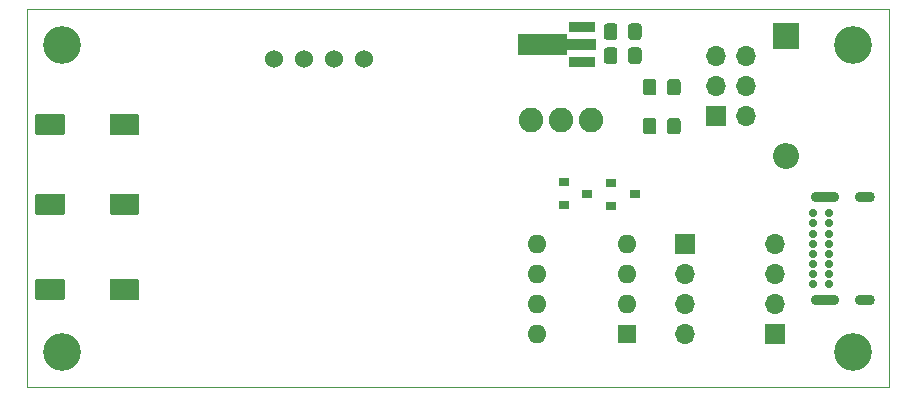
<source format=gbr>
G04 #@! TF.GenerationSoftware,KiCad,Pcbnew,5.1.10*
G04 #@! TF.CreationDate,2021-09-21T16:03:23-04:00*
G04 #@! TF.ProjectId,tinycalibrator,74696e79-6361-46c6-9962-7261746f722e,rev?*
G04 #@! TF.SameCoordinates,Original*
G04 #@! TF.FileFunction,Soldermask,Top*
G04 #@! TF.FilePolarity,Negative*
%FSLAX46Y46*%
G04 Gerber Fmt 4.6, Leading zero omitted, Abs format (unit mm)*
G04 Created by KiCad (PCBNEW 5.1.10) date 2021-09-21 16:03:23*
%MOMM*%
%LPD*%
G01*
G04 APERTURE LIST*
G04 #@! TA.AperFunction,Profile*
%ADD10C,0.050000*%
G04 #@! TD*
%ADD11R,0.900000X0.800000*%
%ADD12O,1.600000X1.600000*%
%ADD13R,1.600000X1.600000*%
%ADD14O,1.700000X1.700000*%
%ADD15R,1.700000X1.700000*%
%ADD16O,2.200000X2.200000*%
%ADD17R,2.200000X2.200000*%
%ADD18C,3.200000*%
%ADD19C,1.524000*%
%ADD20C,0.350000*%
%ADD21R,2.300000X0.900000*%
%ADD22C,2.082800*%
%ADD23O,1.700000X0.900000*%
%ADD24O,2.400000X0.900000*%
%ADD25C,0.700000*%
G04 APERTURE END LIST*
D10*
X97000000Y-111000000D02*
X170000000Y-111000000D01*
X97000000Y-79000000D02*
X97000000Y-111000000D01*
X170000000Y-79000000D02*
X97000000Y-79000000D01*
X170000000Y-111000000D02*
X170000000Y-79000000D01*
D11*
G04 #@! TO.C,Q1*
X148447000Y-94678500D03*
X146447000Y-95628500D03*
X146447000Y-93728500D03*
G04 #@! TD*
D12*
G04 #@! TO.C,U1*
X140144500Y-106489500D03*
X147764500Y-98869500D03*
X140144500Y-103949500D03*
X147764500Y-101409500D03*
X140144500Y-101409500D03*
X147764500Y-103949500D03*
X140144500Y-98869500D03*
D13*
X147764500Y-106489500D03*
G04 #@! TD*
D14*
G04 #@! TO.C,J4*
X152717500Y-106509500D03*
X152717500Y-103969500D03*
X152717500Y-101429500D03*
D15*
X152717500Y-98889500D03*
G04 #@! TD*
D14*
G04 #@! TO.C,J2*
X160337500Y-98869500D03*
X160337500Y-101409500D03*
X160337500Y-103949500D03*
D15*
X160337500Y-106489500D03*
G04 #@! TD*
D16*
G04 #@! TO.C,D1*
X161290000Y-91440000D03*
D17*
X161290000Y-81280000D03*
G04 #@! TD*
D18*
G04 #@! TO.C,REF\u002A\u002A*
X166964500Y-107994000D03*
G04 #@! TD*
G04 #@! TO.C,REF\u002A\u002A*
X166964500Y-81994000D03*
G04 #@! TD*
G04 #@! TO.C,REF\u002A\u002A*
X99964500Y-107994000D03*
G04 #@! TD*
G04 #@! TO.C,REF\u002A\u002A*
X99964500Y-81994000D03*
G04 #@! TD*
D19*
G04 #@! TO.C,U4*
X125539400Y-83229300D03*
X122999400Y-83229300D03*
X120459400Y-83229300D03*
X117919400Y-83229300D03*
G04 #@! TD*
D20*
G04 #@! TO.C,U2*
G36*
X138559000Y-81112000D02*
G01*
X142684000Y-81112000D01*
X142684000Y-81528500D01*
X145159000Y-81528500D01*
X145159000Y-82428500D01*
X142684000Y-82428500D01*
X142684000Y-82845000D01*
X138559000Y-82845000D01*
X138559000Y-81112000D01*
G37*
D21*
X144009000Y-80478500D03*
X144009000Y-83478500D03*
G04 #@! TD*
G04 #@! TO.C,SW4*
G36*
G01*
X106508550Y-101944170D02*
X106508550Y-103541830D01*
G75*
G02*
X106406950Y-103643430I-101600J0D01*
G01*
X104108250Y-103643430D01*
G75*
G02*
X104006650Y-103541830I0J101600D01*
G01*
X104006650Y-101944170D01*
G75*
G02*
X104108250Y-101842570I101600J0D01*
G01*
X106406950Y-101842570D01*
G75*
G02*
X106508550Y-101944170I0J-101600D01*
G01*
G37*
G36*
G01*
X100209350Y-101944170D02*
X100209350Y-103541830D01*
G75*
G02*
X100107750Y-103643430I-101600J0D01*
G01*
X97809050Y-103643430D01*
G75*
G02*
X97707450Y-103541830I0J101600D01*
G01*
X97707450Y-101944170D01*
G75*
G02*
X97809050Y-101842570I101600J0D01*
G01*
X100107750Y-101842570D01*
G75*
G02*
X100209350Y-101944170I0J-101600D01*
G01*
G37*
G04 #@! TD*
G04 #@! TO.C,SW3*
G36*
G01*
X106508550Y-94705170D02*
X106508550Y-96302830D01*
G75*
G02*
X106406950Y-96404430I-101600J0D01*
G01*
X104108250Y-96404430D01*
G75*
G02*
X104006650Y-96302830I0J101600D01*
G01*
X104006650Y-94705170D01*
G75*
G02*
X104108250Y-94603570I101600J0D01*
G01*
X106406950Y-94603570D01*
G75*
G02*
X106508550Y-94705170I0J-101600D01*
G01*
G37*
G36*
G01*
X100209350Y-94705170D02*
X100209350Y-96302830D01*
G75*
G02*
X100107750Y-96404430I-101600J0D01*
G01*
X97809050Y-96404430D01*
G75*
G02*
X97707450Y-96302830I0J101600D01*
G01*
X97707450Y-94705170D01*
G75*
G02*
X97809050Y-94603570I101600J0D01*
G01*
X100107750Y-94603570D01*
G75*
G02*
X100209350Y-94705170I0J-101600D01*
G01*
G37*
G04 #@! TD*
G04 #@! TO.C,SW2*
G36*
G01*
X106508550Y-87974170D02*
X106508550Y-89571830D01*
G75*
G02*
X106406950Y-89673430I-101600J0D01*
G01*
X104108250Y-89673430D01*
G75*
G02*
X104006650Y-89571830I0J101600D01*
G01*
X104006650Y-87974170D01*
G75*
G02*
X104108250Y-87872570I101600J0D01*
G01*
X106406950Y-87872570D01*
G75*
G02*
X106508550Y-87974170I0J-101600D01*
G01*
G37*
G36*
G01*
X100209350Y-87974170D02*
X100209350Y-89571830D01*
G75*
G02*
X100107750Y-89673430I-101600J0D01*
G01*
X97809050Y-89673430D01*
G75*
G02*
X97707450Y-89571830I0J101600D01*
G01*
X97707450Y-87974170D01*
G75*
G02*
X97809050Y-87872570I101600J0D01*
G01*
X100107750Y-87872570D01*
G75*
G02*
X100209350Y-87974170I0J-101600D01*
G01*
G37*
G04 #@! TD*
D22*
G04 #@! TO.C,SW1*
X139700000Y-88392000D03*
X142240000Y-88392000D03*
X144780000Y-88392000D03*
G04 #@! TD*
G04 #@! TO.C,R8*
G36*
G01*
X150299000Y-88449999D02*
X150299000Y-89350001D01*
G75*
G02*
X150049001Y-89600000I-249999J0D01*
G01*
X149398999Y-89600000D01*
G75*
G02*
X149149000Y-89350001I0J249999D01*
G01*
X149149000Y-88449999D01*
G75*
G02*
X149398999Y-88200000I249999J0D01*
G01*
X150049001Y-88200000D01*
G75*
G02*
X150299000Y-88449999I0J-249999D01*
G01*
G37*
G36*
G01*
X152349000Y-88449999D02*
X152349000Y-89350001D01*
G75*
G02*
X152099001Y-89600000I-249999J0D01*
G01*
X151448999Y-89600000D01*
G75*
G02*
X151199000Y-89350001I0J249999D01*
G01*
X151199000Y-88449999D01*
G75*
G02*
X151448999Y-88200000I249999J0D01*
G01*
X152099001Y-88200000D01*
G75*
G02*
X152349000Y-88449999I0J-249999D01*
G01*
G37*
G04 #@! TD*
D11*
G04 #@! TO.C,Q2*
X144446500Y-94615000D03*
X142446500Y-95565000D03*
X142446500Y-93665000D03*
G04 #@! TD*
D14*
G04 #@! TO.C,J3*
X157861000Y-82931000D03*
X155321000Y-82931000D03*
X157861000Y-85471000D03*
X155321000Y-85471000D03*
X157861000Y-88011000D03*
D15*
X155321000Y-88011000D03*
G04 #@! TD*
D23*
G04 #@! TO.C,J1*
X167936000Y-94935000D03*
X167936000Y-103585000D03*
D24*
X164556000Y-94935000D03*
X164556000Y-103585000D03*
D25*
X164926000Y-98835000D03*
X164926000Y-96285000D03*
X164926000Y-97135000D03*
X164926000Y-97985000D03*
X164926000Y-102235000D03*
X164926000Y-100535000D03*
X164926000Y-99685000D03*
X164926000Y-101385000D03*
X163576000Y-96285000D03*
X163576000Y-97135000D03*
X163576000Y-97985000D03*
X163576000Y-98835000D03*
X163576000Y-99685000D03*
X163576000Y-100535000D03*
X163576000Y-101385000D03*
X163576000Y-102235000D03*
G04 #@! TD*
G04 #@! TO.C,D2*
G36*
G01*
X150299000Y-85147999D02*
X150299000Y-86048001D01*
G75*
G02*
X150049001Y-86298000I-249999J0D01*
G01*
X149398999Y-86298000D01*
G75*
G02*
X149149000Y-86048001I0J249999D01*
G01*
X149149000Y-85147999D01*
G75*
G02*
X149398999Y-84898000I249999J0D01*
G01*
X150049001Y-84898000D01*
G75*
G02*
X150299000Y-85147999I0J-249999D01*
G01*
G37*
G36*
G01*
X152349000Y-85147999D02*
X152349000Y-86048001D01*
G75*
G02*
X152099001Y-86298000I-249999J0D01*
G01*
X151448999Y-86298000D01*
G75*
G02*
X151199000Y-86048001I0J249999D01*
G01*
X151199000Y-85147999D01*
G75*
G02*
X151448999Y-84898000I249999J0D01*
G01*
X152099001Y-84898000D01*
G75*
G02*
X152349000Y-85147999I0J-249999D01*
G01*
G37*
G04 #@! TD*
G04 #@! TO.C,C3*
G36*
G01*
X146997000Y-80448999D02*
X146997000Y-81349001D01*
G75*
G02*
X146747001Y-81599000I-249999J0D01*
G01*
X146096999Y-81599000D01*
G75*
G02*
X145847000Y-81349001I0J249999D01*
G01*
X145847000Y-80448999D01*
G75*
G02*
X146096999Y-80199000I249999J0D01*
G01*
X146747001Y-80199000D01*
G75*
G02*
X146997000Y-80448999I0J-249999D01*
G01*
G37*
G36*
G01*
X149047000Y-80448999D02*
X149047000Y-81349001D01*
G75*
G02*
X148797001Y-81599000I-249999J0D01*
G01*
X148146999Y-81599000D01*
G75*
G02*
X147897000Y-81349001I0J249999D01*
G01*
X147897000Y-80448999D01*
G75*
G02*
X148146999Y-80199000I249999J0D01*
G01*
X148797001Y-80199000D01*
G75*
G02*
X149047000Y-80448999I0J-249999D01*
G01*
G37*
G04 #@! TD*
G04 #@! TO.C,C1*
G36*
G01*
X146997000Y-82480999D02*
X146997000Y-83381001D01*
G75*
G02*
X146747001Y-83631000I-249999J0D01*
G01*
X146096999Y-83631000D01*
G75*
G02*
X145847000Y-83381001I0J249999D01*
G01*
X145847000Y-82480999D01*
G75*
G02*
X146096999Y-82231000I249999J0D01*
G01*
X146747001Y-82231000D01*
G75*
G02*
X146997000Y-82480999I0J-249999D01*
G01*
G37*
G36*
G01*
X149047000Y-82480999D02*
X149047000Y-83381001D01*
G75*
G02*
X148797001Y-83631000I-249999J0D01*
G01*
X148146999Y-83631000D01*
G75*
G02*
X147897000Y-83381001I0J249999D01*
G01*
X147897000Y-82480999D01*
G75*
G02*
X148146999Y-82231000I249999J0D01*
G01*
X148797001Y-82231000D01*
G75*
G02*
X149047000Y-82480999I0J-249999D01*
G01*
G37*
G04 #@! TD*
M02*

</source>
